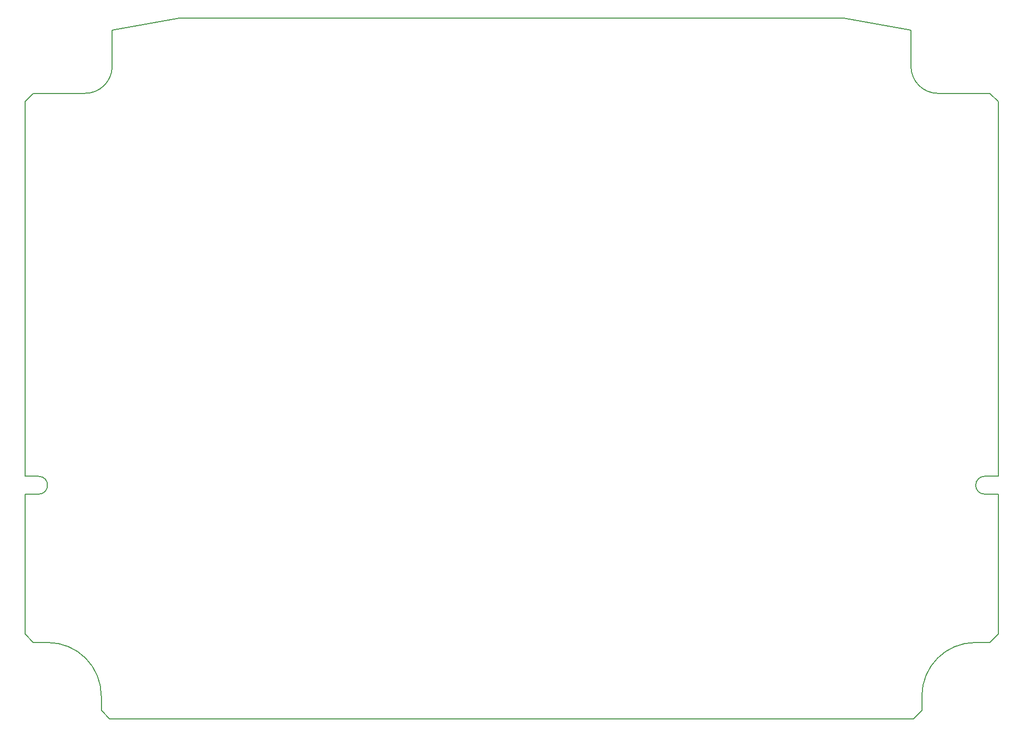
<source format=gm1>
G04 #@! TF.GenerationSoftware,KiCad,Pcbnew,8.0.8*
G04 #@! TF.CreationDate,2025-12-05T20:32:17-05:00*
G04 #@! TF.ProjectId,hellen121vag,68656c6c-656e-4313-9231-7661672e6b69,d*
G04 #@! TF.SameCoordinates,PX2b953a0PY6943058*
G04 #@! TF.FileFunction,Profile,NP*
%FSLAX46Y46*%
G04 Gerber Fmt 4.6, Leading zero omitted, Abs format (unit mm)*
G04 Created by KiCad (PCBNEW 8.0.8) date 2025-12-05 20:32:17*
%MOMM*%
%LPD*%
G01*
G04 APERTURE LIST*
G04 #@! TA.AperFunction,Profile*
%ADD10C,0.200000*%
G04 #@! TD*
G04 APERTURE END LIST*
D10*
X25640000Y118750000D02*
X137560000Y118750000D01*
X14300000Y110661999D02*
G75*
G02*
X9712800Y106100030I-4569200J7201D01*
G01*
X25640000Y118750000D02*
X14284800Y116750000D01*
X14284800Y116750000D02*
X14300000Y110661999D01*
X163600000Y104685786D02*
X162185786Y106099999D01*
X137560000Y118750000D02*
X148900000Y116750000D01*
X148900000Y116750000D02*
X148900000Y110541999D01*
X1014213Y106100000D02*
X9712800Y106100000D01*
X162185786Y106100000D02*
X153400000Y106100000D01*
X163600000Y38599999D02*
X163600000Y15024213D01*
X153400000Y106099998D02*
G75*
G02*
X148899989Y110541999I46900J4547902D01*
G01*
X13874213Y749999D02*
X149325786Y750000D01*
X161300000Y41600000D02*
X163600000Y41600000D01*
X159740000Y13610000D02*
X162185786Y13610000D01*
X-400000Y38599999D02*
X-400000Y15024213D01*
X1900000Y41599999D02*
X-400000Y41599999D01*
X163600000Y104685786D02*
X163600000Y41600000D01*
X-400000Y104685786D02*
X1014213Y106099999D01*
X1900000Y38599999D02*
X-400000Y38599999D01*
X-400000Y104685786D02*
X-400000Y41599999D01*
X150740000Y2164213D02*
X149325786Y750000D01*
X3460000Y13609999D02*
X1014213Y13609999D01*
X-400001Y15024213D02*
X1014213Y13609999D01*
X161300000Y38600000D02*
G75*
G02*
X161300000Y41600000I-170J1500000D01*
G01*
X3460000Y13609999D02*
G75*
G02*
X12459999Y4609999I0J-8999999D01*
G01*
X150740000Y4610000D02*
X150740000Y2164213D01*
X12460000Y2164213D02*
X13874213Y750000D01*
X150740000Y4610000D02*
G75*
G02*
X159740000Y13610000I9000000J0D01*
G01*
X1900000Y41599999D02*
G75*
G02*
X1900000Y38600001I0J-1499999D01*
G01*
X161300000Y38600000D02*
X163600000Y38600000D01*
X12460000Y4609999D02*
X12460000Y2164213D01*
X163600000Y15024213D02*
X162185786Y13610000D01*
M02*

</source>
